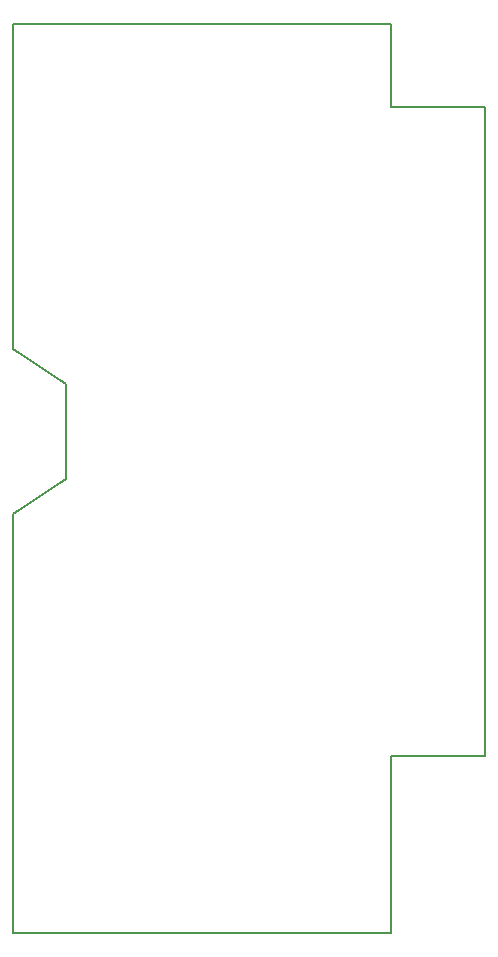
<source format=gbr>
G04 #@! TF.GenerationSoftware,KiCad,Pcbnew,(5.0.0-rc2-dev-451-g0294e41cb)*
G04 #@! TF.CreationDate,2018-10-10T22:07:44+02:00*
G04 #@! TF.ProjectId,TrackModBusMaster_piggyback,547261636B4D6F644275734D61737465,rev?*
G04 #@! TF.SameCoordinates,Original*
G04 #@! TF.FileFunction,Profile,NP*
%FSLAX46Y46*%
G04 Gerber Fmt 4.6, Leading zero omitted, Abs format (unit mm)*
G04 Created by KiCad (PCBNEW (5.0.0-rc2-dev-451-g0294e41cb)) date 10/10/18 22:07:44*
%MOMM*%
%LPD*%
G01*
G04 APERTURE LIST*
%ADD10C,0.150000*%
G04 APERTURE END LIST*
D10*
X109500000Y-81000000D02*
X109500000Y-79500000D01*
X105000000Y-84000000D02*
X109500000Y-81000000D01*
X109500000Y-73000000D02*
X109500000Y-79500000D01*
X105000000Y-70000000D02*
X109500000Y-73000000D01*
X105000000Y-42500000D02*
X105000000Y-70000000D01*
X137000000Y-49500000D02*
X137000000Y-42500000D01*
X145000000Y-49500000D02*
X137000000Y-49500000D01*
X145000000Y-104500000D02*
X145000000Y-49500000D01*
X137000000Y-104500000D02*
X137000000Y-119500000D01*
X145000000Y-104500000D02*
X137000000Y-104500000D01*
X137000000Y-42500000D02*
X105000000Y-42500000D01*
X105000000Y-119500000D02*
X137000000Y-119500000D01*
X105000000Y-83968324D02*
X105000000Y-119500000D01*
M02*

</source>
